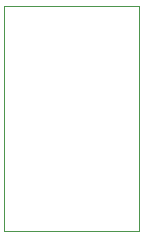
<source format=gbr>
G04 #@! TF.GenerationSoftware,KiCad,Pcbnew,5.1.4-e60b266~84~ubuntu18.04.1*
G04 #@! TF.CreationDate,2019-08-15T20:19:55-04:00*
G04 #@! TF.ProjectId,picoblade_01x06_2.54,7069636f-626c-4616-9465-5f3031783036,rev?*
G04 #@! TF.SameCoordinates,Original*
G04 #@! TF.FileFunction,Profile,NP*
%FSLAX46Y46*%
G04 Gerber Fmt 4.6, Leading zero omitted, Abs format (unit mm)*
G04 Created by KiCad (PCBNEW 5.1.4-e60b266~84~ubuntu18.04.1) date 2019-08-15 20:19:55*
%MOMM*%
%LPD*%
G04 APERTURE LIST*
%ADD10C,0.100000*%
G04 APERTURE END LIST*
D10*
X46990000Y-85090000D02*
X35560000Y-85090000D01*
X46990000Y-66040000D02*
X46990000Y-85090000D01*
X35560000Y-66040000D02*
X46990000Y-66040000D01*
X35560000Y-85090000D02*
X35560000Y-66040000D01*
M02*

</source>
